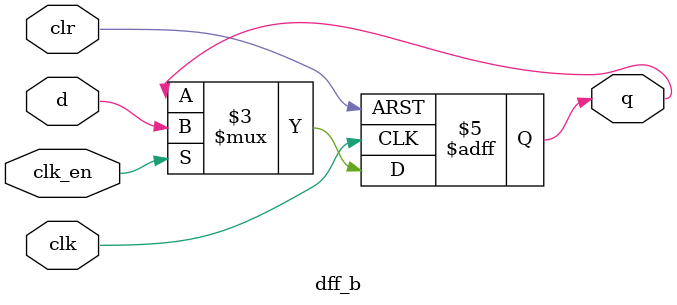
<source format=v>
module regFile(in, out);
	input [31:0] in;
	output [31:0] out;

endmodule

module register(in, clr, clk, clk_en, out);
	input clr, clk, clk_en;
	input [31:0] in;
	output [31:0] out;
	
	// Loop generates one register
	genvar i;
	generate
	for(i=0; i <= 31; i=i+1) begin: loop1
		dff_b diff1(in[i], clr, clk, clk_en, out[i]); // generate dff's
	end
	endgenerate
	
endmodule

/**
This mdodule was taken from lecture 4 notes.
**/
module dff_a(d, clr, clk, q); 
	input d, clr, clk;
	output q; 
	reg q;
	
	always @(posedge clk or posedge clr) begin
		if(clr) begin 
			q = 1'b0;
		end else begin 
			q = d;
		end
	end
endmodule

module dff_b(d, clr, clk, clk_en, q); 
	input d, clr, clk, clk_en;
	output q; 
	reg q;
	
	always @(posedge clk or posedge clr) begin
		if(clr) begin 
			q = 1'b0;
		end else begin
			if(clk_en) begin
				q = d;
			end
		end
	end
endmodule
</source>
